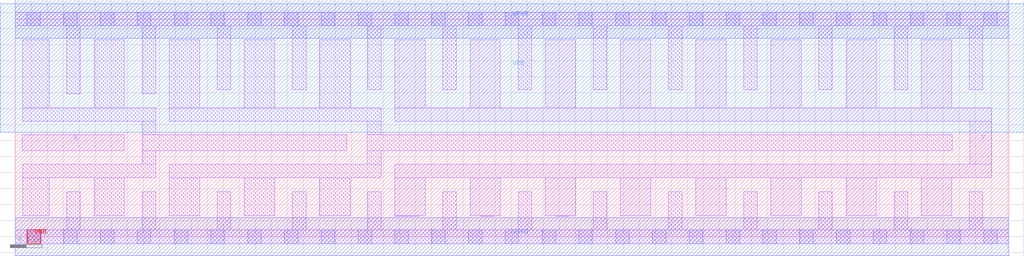
<source format=lef>
# Copyright 2020 The SkyWater PDK Authors
#
# Licensed under the Apache License, Version 2.0 (the "License");
# you may not use this file except in compliance with the License.
# You may obtain a copy of the License at
#
#     https://www.apache.org/licenses/LICENSE-2.0
#
# Unless required by applicable law or agreed to in writing, software
# distributed under the License is distributed on an "AS IS" BASIS,
# WITHOUT WARRANTIES OR CONDITIONS OF ANY KIND, either express or implied.
# See the License for the specific language governing permissions and
# limitations under the License.
#
# SPDX-License-Identifier: Apache-2.0

VERSION 5.7 ;
  NOWIREEXTENSIONATPIN ON ;
  DIVIDERCHAR "/" ;
  BUSBITCHARS "[]" ;
PROPERTYDEFINITIONS
  MACRO maskLayoutSubType STRING ;
  MACRO prCellType STRING ;
  MACRO originalViewName STRING ;
END PROPERTYDEFINITIONS
MACRO sky130_fd_sc_hdll__bufinv_16
  CLASS CORE ;
  FOREIGN sky130_fd_sc_hdll__bufinv_16 ;
  ORIGIN  0.000000  0.000000 ;
  SIZE  12.42000 BY  2.720000 ;
  SYMMETRY X Y R90 ;
  SITE unithd ;
  PIN A
    ANTENNAGATEAREA  0.832500 ;
    DIRECTION INPUT ;
    USE SIGNAL ;
    PORT
      LAYER li1 ;
        RECT 0.090000 1.075000 1.365000 1.275000 ;
    END
  END A
  PIN VGND
    ANTENNADIFFAREA  2.600000 ;
    DIRECTION INOUT ;
    USE SIGNAL ;
    PORT
      LAYER met1 ;
        RECT 0.000000 -0.240000 12.420000 0.240000 ;
    END
  END VGND
  PIN VPWR
    ANTENNADIFFAREA  3.750000 ;
    DIRECTION INOUT ;
    USE SIGNAL ;
    PORT
      LAYER met1 ;
        RECT 0.000000 2.480000 12.420000 2.960000 ;
    END
  END VPWR
  PIN Y
    ANTENNADIFFAREA  4.016500 ;
    DIRECTION OUTPUT ;
    USE SIGNAL ;
    PORT
      LAYER li1 ;
        RECT  4.745000 0.255000  5.045000 0.260000 ;
        RECT  4.745000 0.260000  5.125000 0.735000 ;
        RECT  4.745000 0.735000 12.205000 0.905000 ;
        RECT  4.745000 1.445000 12.205000 1.615000 ;
        RECT  4.745000 1.615000  5.125000 2.465000 ;
        RECT  5.685000 0.260000  6.065000 0.735000 ;
        RECT  5.685000 1.615000  6.065000 2.465000 ;
        RECT  5.815000 0.255000  5.985000 0.260000 ;
        RECT  6.625000 0.260000  7.005000 0.735000 ;
        RECT  6.625000 1.615000  7.005000 2.465000 ;
        RECT  6.755000 0.255000  6.925000 0.260000 ;
        RECT  7.565000 0.260000  7.945000 0.735000 ;
        RECT  7.565000 1.615000  7.945000 2.465000 ;
        RECT  8.505000 0.260000  8.885000 0.735000 ;
        RECT  8.505000 1.615000  8.885000 2.465000 ;
        RECT  9.445000 0.260000  9.825000 0.735000 ;
        RECT  9.445000 1.615000  9.825000 2.465000 ;
        RECT 10.385000 0.260000 10.765000 0.735000 ;
        RECT 10.385000 1.615000 10.765000 2.465000 ;
        RECT 11.325000 0.260000 11.705000 0.735000 ;
        RECT 11.325000 1.615000 11.705000 2.465000 ;
        RECT 11.930000 0.905000 12.205000 1.445000 ;
    END
  END Y
  PIN VNB
    DIRECTION INOUT ;
    USE GROUND ;
    PORT
      LAYER pwell ;
        RECT 0.150000 -0.085000 0.320000 0.085000 ;
    END
  END VNB
  PIN VPB
    DIRECTION INOUT ;
    USE POWER ;
    PORT
      LAYER nwell ;
        RECT -0.190000 1.305000 12.610000 2.910000 ;
    END
  END VPB
  OBS
    LAYER li1 ;
      RECT  0.000000 -0.085000 12.420000 0.085000 ;
      RECT  0.000000  2.635000 12.420000 2.805000 ;
      RECT  0.095000  0.260000  0.425000 0.735000 ;
      RECT  0.095000  0.735000  1.755000 0.905000 ;
      RECT  0.095000  1.445000  1.755000 1.615000 ;
      RECT  0.095000  1.615000  0.425000 2.465000 ;
      RECT  0.645000  0.085000  0.815000 0.565000 ;
      RECT  0.645000  1.785000  0.815000 2.635000 ;
      RECT  0.985000  0.260000  1.365000 0.735000 ;
      RECT  0.985000  1.615000  1.365000 2.465000 ;
      RECT  1.585000  0.085000  1.755000 0.565000 ;
      RECT  1.585000  0.905000  1.755000 1.075000 ;
      RECT  1.585000  1.075000  4.145000 1.275000 ;
      RECT  1.585000  1.275000  1.755000 1.445000 ;
      RECT  1.585000  1.785000  1.755000 2.635000 ;
      RECT  1.925000  0.260000  2.305000 0.735000 ;
      RECT  1.925000  0.735000  4.575000 0.905000 ;
      RECT  1.925000  1.445000  4.575000 1.615000 ;
      RECT  1.925000  1.615000  2.305000 2.465000 ;
      RECT  2.525000  0.085000  2.695000 0.565000 ;
      RECT  2.525000  1.835000  2.695000 2.635000 ;
      RECT  2.865000  0.260000  3.245000 0.735000 ;
      RECT  2.865000  1.615000  3.245000 2.465000 ;
      RECT  3.465000  0.085000  3.635000 0.565000 ;
      RECT  3.465000  1.835000  3.635000 2.635000 ;
      RECT  3.805000  0.260000  4.185000 0.735000 ;
      RECT  3.805000  1.615000  4.185000 2.465000 ;
      RECT  4.400000  0.905000  4.575000 1.075000 ;
      RECT  4.400000  1.075000 11.710000 1.275000 ;
      RECT  4.400000  1.275000  4.575000 1.445000 ;
      RECT  4.405000  0.085000  4.575000 0.565000 ;
      RECT  4.405000  1.835000  4.575000 2.635000 ;
      RECT  5.345000  0.085000  5.515000 0.565000 ;
      RECT  5.345000  1.835000  5.515000 2.635000 ;
      RECT  6.285000  0.085000  6.455000 0.565000 ;
      RECT  6.285000  1.835000  6.455000 2.635000 ;
      RECT  7.225000  0.085000  7.395000 0.565000 ;
      RECT  7.225000  1.835000  7.395000 2.635000 ;
      RECT  8.165000  0.085000  8.335000 0.565000 ;
      RECT  8.165000  1.835000  8.335000 2.635000 ;
      RECT  9.105000  0.085000  9.275000 0.565000 ;
      RECT  9.105000  1.835000  9.275000 2.635000 ;
      RECT 10.045000  0.085000 10.215000 0.565000 ;
      RECT 10.045000  1.835000 10.215000 2.635000 ;
      RECT 10.985000  0.085000 11.155000 0.565000 ;
      RECT 10.985000  1.835000 11.155000 2.635000 ;
      RECT 11.925000  0.085000 12.095000 0.565000 ;
      RECT 11.925000  1.835000 12.095000 2.635000 ;
    LAYER mcon ;
      RECT  0.145000 -0.085000  0.315000 0.085000 ;
      RECT  0.145000  2.635000  0.315000 2.805000 ;
      RECT  0.605000 -0.085000  0.775000 0.085000 ;
      RECT  0.605000  2.635000  0.775000 2.805000 ;
      RECT  1.065000 -0.085000  1.235000 0.085000 ;
      RECT  1.065000  2.635000  1.235000 2.805000 ;
      RECT  1.525000 -0.085000  1.695000 0.085000 ;
      RECT  1.525000  2.635000  1.695000 2.805000 ;
      RECT  1.985000 -0.085000  2.155000 0.085000 ;
      RECT  1.985000  2.635000  2.155000 2.805000 ;
      RECT  2.445000 -0.085000  2.615000 0.085000 ;
      RECT  2.445000  2.635000  2.615000 2.805000 ;
      RECT  2.905000 -0.085000  3.075000 0.085000 ;
      RECT  2.905000  2.635000  3.075000 2.805000 ;
      RECT  3.365000 -0.085000  3.535000 0.085000 ;
      RECT  3.365000  2.635000  3.535000 2.805000 ;
      RECT  3.825000 -0.085000  3.995000 0.085000 ;
      RECT  3.825000  2.635000  3.995000 2.805000 ;
      RECT  4.285000 -0.085000  4.455000 0.085000 ;
      RECT  4.285000  2.635000  4.455000 2.805000 ;
      RECT  4.745000 -0.085000  4.915000 0.085000 ;
      RECT  4.745000  2.635000  4.915000 2.805000 ;
      RECT  5.205000 -0.085000  5.375000 0.085000 ;
      RECT  5.205000  2.635000  5.375000 2.805000 ;
      RECT  5.665000 -0.085000  5.835000 0.085000 ;
      RECT  5.665000  2.635000  5.835000 2.805000 ;
      RECT  6.125000 -0.085000  6.295000 0.085000 ;
      RECT  6.125000  2.635000  6.295000 2.805000 ;
      RECT  6.585000 -0.085000  6.755000 0.085000 ;
      RECT  6.585000  2.635000  6.755000 2.805000 ;
      RECT  7.045000 -0.085000  7.215000 0.085000 ;
      RECT  7.045000  2.635000  7.215000 2.805000 ;
      RECT  7.505000 -0.085000  7.675000 0.085000 ;
      RECT  7.505000  2.635000  7.675000 2.805000 ;
      RECT  7.965000 -0.085000  8.135000 0.085000 ;
      RECT  7.965000  2.635000  8.135000 2.805000 ;
      RECT  8.425000 -0.085000  8.595000 0.085000 ;
      RECT  8.425000  2.635000  8.595000 2.805000 ;
      RECT  8.885000 -0.085000  9.055000 0.085000 ;
      RECT  8.885000  2.635000  9.055000 2.805000 ;
      RECT  9.345000 -0.085000  9.515000 0.085000 ;
      RECT  9.345000  2.635000  9.515000 2.805000 ;
      RECT  9.805000 -0.085000  9.975000 0.085000 ;
      RECT  9.805000  2.635000  9.975000 2.805000 ;
      RECT 10.265000 -0.085000 10.435000 0.085000 ;
      RECT 10.265000  2.635000 10.435000 2.805000 ;
      RECT 10.725000 -0.085000 10.895000 0.085000 ;
      RECT 10.725000  2.635000 10.895000 2.805000 ;
      RECT 11.185000 -0.085000 11.355000 0.085000 ;
      RECT 11.185000  2.635000 11.355000 2.805000 ;
      RECT 11.645000 -0.085000 11.815000 0.085000 ;
      RECT 11.645000  2.635000 11.815000 2.805000 ;
      RECT 12.105000 -0.085000 12.275000 0.085000 ;
      RECT 12.105000  2.635000 12.275000 2.805000 ;
  END
  PROPERTY maskLayoutSubType "abstract" ;
  PROPERTY prCellType "standard" ;
  PROPERTY originalViewName "layout" ;
END sky130_fd_sc_hdll__bufinv_16
END LIBRARY

</source>
